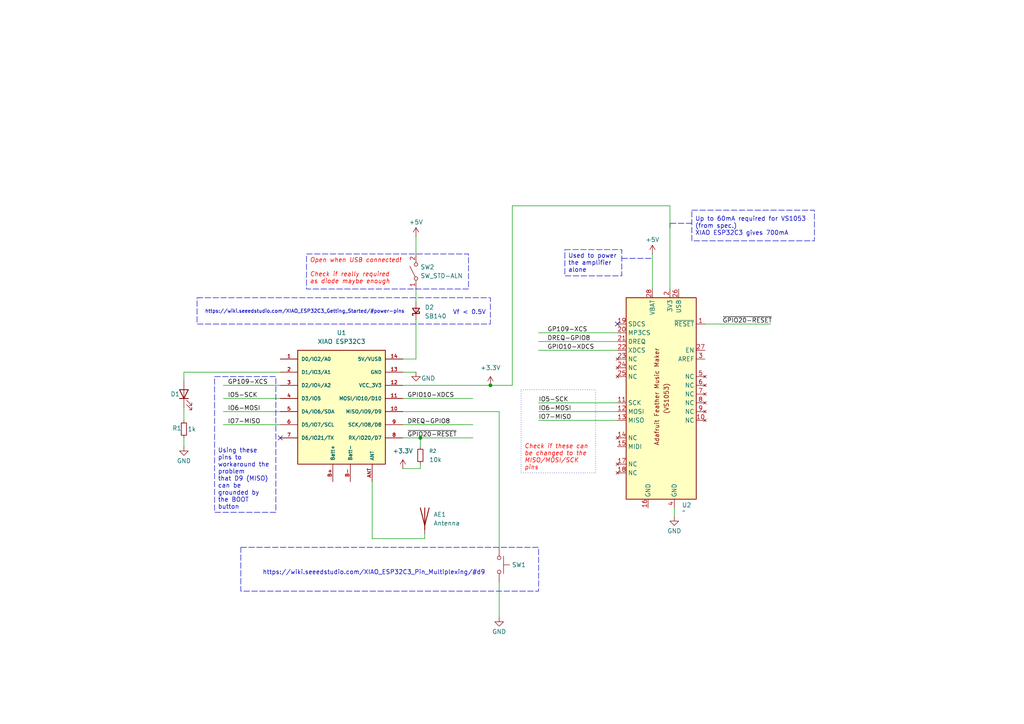
<source format=kicad_sch>
(kicad_sch (version 20250114) (generator "eeschema") (generator_version "9.0")
  (paper "A4")
  (title_block (title "Rusty Radio") (date "2025-05-04") (rev "0.3.0") (company "Doble Audio") (comment 1 "Using a XIAO ESP32C3  board") (comment 2 "See https://wiki.seeedstudio.com/XIAO_ESP32C3_Getting_Started/"))
  (lib_symbols
    (symbol "Adafruit-music-maker:Adafruit_Feather_Music_Maker_VS1053" (exclude_from_sim yes)
      (property "Reference" "U2" (at 6.0041 -29.6601 0))
      (property "Value" "~" (at 6.0041 -31.3415 0))
      (symbol "Adafruit_Feather_Music_Maker_VS1053_0_1"
        (rectangle (start -10.16 30.48) (end 10.16 -27.94) (stroke (width 0.254)) (fill (type background)))
      )
      (symbol "Adafruit_Feather_Music_Maker_VS1053_1_1"
        (text "Adafruit Feather Music Maker" (at -1.27 1.778 900) (effects (font (size 1.27 1.27))))
        (text "(VS1053)" (at 1.524 1.27 900) (effects (font (size 1.27 1.27))))
        (pin input line (at -12.7 22.86 0) (length 2.54) (name "SDCS") (number "19"))
        (pin input line (at -12.7 20.32 0) (length 2.54) (name "MP3CS") (number "20"))
        (pin output line (at -12.7 17.78 0) (length 2.54) (name "DREQ") (number "21"))
        (pin input line (at -12.7 15.24 0) (length 2.54) (name "XDCS") (number "22"))
        (pin no_connect line (at -12.7 12.7 0) (length 2.54) (name "NC") (number "23"))
        (pin no_connect line (at -12.7 10.16 0) (length 2.54) (name "NC") (number "24"))
        (pin no_connect line (at -12.7 7.62 0) (length 2.54) (name "NC") (number "25"))
        (pin bidirectional line (at -12.7 0 0) (length 2.54) (name "SCK") (number "11"))
        (pin bidirectional line (at -12.7 -2.54 0) (length 2.54) (name "MOSI") (number "12"))
        (pin bidirectional line (at -12.7 -5.08 0) (length 2.54) (name "MISO") (number "13"))
        (pin no_connect line (at -12.7 -10.16 0) (length 2.54) (name "NC") (number "14"))
        (pin bidirectional line (at -12.7 -12.7 0) (length 2.54) (name "MIDI") (number "15"))
        (pin no_connect line (at -12.7 -17.78 0) (length 2.54) (name "NC") (number "17"))
        (pin no_connect line (at -12.7 -20.32 0) (length 2.54) (name "NC") (number "18"))
        (pin power_in line (at -3.81 -30.48 90) (length 2.54) (name "GND") (number "16"))
        (pin power_in line (at -2.54 33.02 270) (length 2.54) (name "VBAT") (number "28"))
        (pin power_in line (at 2.54 33.02 270) (length 2.54) (name "3V3") (number "2"))
        (pin power_in line (at 3.81 -30.48 90) (length 2.54) (name "GND") (number "4"))
        (pin power_in line (at 5.08 33.02 270) (length 2.54) (name "USB") (number "26"))
        (pin input line (at 12.7 22.86 180) (length 2.54) (name "~{RESET}") (number "1"))
        (pin input line (at 12.7 15.24 180) (length 2.54) (name "EN") (number "27"))
        (pin input line (at 12.7 12.7 180) (length 2.54) (name "AREF") (number "3"))
        (pin no_connect line (at 12.7 7.62 180) (length 2.54) (name "NC") (number "5"))
        (pin no_connect line (at 12.7 5.08 180) (length 2.54) (name "NC") (number "6"))
        (pin no_connect line (at 12.7 2.54 180) (length 2.54) (name "NC") (number "7"))
        (pin no_connect line (at 12.7 0 180) (length 2.54) (name "NC") (number "8"))
        (pin no_connect line (at 12.7 -2.54 180) (length 2.54) (name "NC") (number "9"))
        (pin no_connect line (at 12.7 -5.08 180) (length 2.54) (name "NC") (number "10"))
      )
    )
    (symbol "Device:Antenna" (pin_numbers (hide yes)) (pin_names (offset 1.016) (hide yes))
      (property "Reference" "AE" (at -1.905 1.905 0))
      (property "Value" "Antenna" (at -1.905 0 0))
      (symbol "Antenna_0_1"
        (polyline (pts (xy 0 2.54) (xy 0 -3.81)) (stroke (width 0.254)))
        (polyline (pts (xy 1.27 2.54) (xy 0 -2.54) (xy -1.27 2.54)) (stroke (width 0.254)))
      )
      (symbol "Antenna_1_1"
        (pin input line (at 0 -5.08 90) (length 2.54) (name "A") (number "1"))
      )
    )
    (symbol "Device:D_Schottky_Small" (pin_numbers (hide yes)) (pin_names (offset 0.254) (hide yes))
      (property "Reference" "D" (at -1.27 2.032 0))
      (property "Value" "D_Schottky_Small" (at -7.112 -2.032 0))
      (symbol "D_Schottky_Small_0_1"
        (polyline (pts (xy -1.27 0.762) (xy -1.27 1.016) (xy -0.762 1.016) (xy -0.762 -1.016) (xy -0.254 -1.016) (xy -0.254 -0.762)) (stroke (width 0.254)))
        (polyline (pts (xy -0.762 0) (xy 0.762 0)))
        (polyline (pts (xy 0.762 -1.016) (xy -0.762 0) (xy 0.762 1.016) (xy 0.762 -1.016)) (stroke (width 0.254)))
      )
      (symbol "D_Schottky_Small_1_1"
        (pin passive line (at -2.54 0 0) (length 1.778) (name "K") (number "1"))
        (pin passive line (at 2.54 0 180) (length 1.778) (name "A") (number "2"))
      )
    )
    (symbol "Device:LED" (pin_numbers (hide yes)) (pin_names (offset 1.016) (hide yes))
      (property "Reference" "D" (at 0 2.54 0))
      (property "Value" "LED" (at 0 -2.54 0))
      (symbol "LED_0_1"
        (polyline (pts (xy -3.048 -0.762) (xy -4.572 -2.286) (xy -3.81 -2.286) (xy -4.572 -2.286) (xy -4.572 -1.524)))
        (polyline (pts (xy -1.778 -0.762) (xy -3.302 -2.286) (xy -2.54 -2.286) (xy -3.302 -2.286) (xy -3.302 -1.524)))
        (polyline (pts (xy -1.27 0) (xy 1.27 0)))
        (polyline (pts (xy -1.27 -1.27) (xy -1.27 1.27)) (stroke (width 0.254)))
        (polyline (pts (xy 1.27 -1.27) (xy 1.27 1.27) (xy -1.27 0) (xy 1.27 -1.27)) (stroke (width 0.254)))
      )
      (symbol "LED_1_1"
        (pin passive line (at -3.81 0 0) (length 2.54) (name "K") (number "1"))
        (pin passive line (at 3.81 0 180) (length 2.54) (name "A") (number "2"))
      )
    )
    (symbol "Device:R_Small" (pin_numbers (hide yes)) (pin_names (offset 0.254) (hide yes))
      (property "Reference" "R" (at 0.762 0.508 0))
      (property "Value" "R_Small" (at 0.762 -1.016 0))
      (symbol "R_Small_0_1"
        (rectangle (start -0.762 1.778) (end 0.762 -1.778) (stroke (width 0.2032)))
      )
      (symbol "R_Small_1_1"
        (pin passive line (at 0 2.54 270) (length 0.762) (name "~") (number "1"))
        (pin passive line (at 0 -2.54 90) (length 0.762) (name "~") (number "2"))
      )
    )
    (symbol "R_Small_1" (pin_numbers (hide yes)) (pin_names (offset 0.254) (hide yes))
      (property "Reference" "R" (at 0 0 90))
      (property "Value" "R_Small" (at 1.778 0 90))
      (symbol "R_Small_1_0_1"
        (rectangle (start -0.762 1.778) (end 0.762 -1.778) (stroke (width 0.2032)))
      )
      (symbol "R_Small_1_1_1"
        (pin passive line (at 0 2.54 270) (length 0.762) (name "~") (number "1"))
        (pin passive line (at 0 -2.54 90) (length 0.762) (name "~") (number "2"))
      )
    )
    (symbol "Switch:SW_Push" (pin_numbers (hide yes)) (pin_names (offset 1.016) (hide yes))
      (property "Reference" "SW" (at 1.27 2.54 0))
      (property "Value" "SW_Push" (at 0 -1.524 0))
      (symbol "SW_Push_0_1"
        (circle (center -2.032 0) (radius 0.508))
        (polyline (pts (xy 0 1.27) (xy 0 3.048)))
        (circle (center 2.032 0) (radius 0.508))
        (polyline (pts (xy 2.54 1.27) (xy -2.54 1.27)))
        (pin passive line (at -5.08 0 0) (length 2.54) (name "1") (number "1"))
        (pin passive line (at 5.08 0 180) (length 2.54) (name "2") (number "2"))
      )
    )
    (symbol "Switch:SW_SPST" (pin_names (offset 0) (hide yes))
      (property "Reference" "SW" (at 0 3.175 0))
      (property "Value" "SW_SPST" (at 0 -2.54 0))
      (symbol "SW_SPST_0_0"
        (circle (center -2.032 0) (radius 0.508))
        (polyline (pts (xy -1.524 0.254) (xy 1.524 1.778)))
        (circle (center 2.032 0) (radius 0.508))
      )
      (symbol "SW_SPST_1_1"
        (pin passive line (at -5.08 0 0) (length 2.54) (name "A") (number "1"))
        (pin passive line (at 5.08 0 180) (length 2.54) (name "B") (number "2"))
      )
    )
    (symbol "power:+3.3V" (power) (pin_numbers (hide yes)) (pin_names (offset 0) (hide yes))
      (property "Value" "+3.3V" (at 0 3.556 0))
      (symbol "+3.3V_0_1"
        (polyline (pts (xy -0.762 1.27) (xy 0 2.54)))
        (polyline (pts (xy 0 2.54) (xy 0.762 1.27)))
        (polyline (pts (xy 0 0) (xy 0 2.54)))
      )
      (symbol "+3.3V_1_1"
        (pin power_in line (at 0 0 90) (length 0) (name "~") (number "1"))
      )
    )
    (symbol "power:+5V" (power) (pin_numbers (hide yes)) (pin_names (offset 0) (hide yes))
      (property "Value" "+5V" (at 0 3.556 0))
      (symbol "+5V_0_1"
        (polyline (pts (xy -0.762 1.27) (xy 0 2.54)))
        (polyline (pts (xy 0 2.54) (xy 0.762 1.27)))
        (polyline (pts (xy 0 0) (xy 0 2.54)))
      )
      (symbol "+5V_1_1"
        (pin power_in line (at 0 0 90) (length 0) (name "~") (number "1"))
      )
    )
    (symbol "power:GND" (power) (pin_numbers (hide yes)) (pin_names (offset 0) (hide yes))
      (property "Value" "GND" (at 0 -3.81 0))
      (symbol "GND_0_1"
        (polyline (pts (xy 0 0) (xy 0 -1.27) (xy 1.27 -1.27) (xy 0 -2.54) (xy -1.27 -1.27) (xy 0 -1.27)))
      )
      (symbol "GND_1_1"
        (pin power_in line (at 0 0 270) (length 0) (name "~") (number "1"))
      )
    )
    (symbol "xiao_esp32c3:XIAO ESP32C3" (pin_names (offset 1.016))
      (property "Reference" "U4" (at 0 20.32 0))
      (property "Value" "XIAO ESP32C3" (at 0 17.78 0))
      (symbol "XIAO ESP32C3_0_0"
        (rectangle (start -12.7 15.24) (end 12.7 -17.78) (stroke (width 0.254)) (fill (type background)))
        (pin bidirectional line (at -17.78 12.7 0) (length 5.08) (name "D0/IO2/A0") (number "1"))
        (pin bidirectional line (at -17.78 8.89 0) (length 5.08) (name "D1/IO3/A1") (number "2"))
        (pin bidirectional line (at -17.78 5.08 0) (length 5.08) (name "D2/IO4/A2") (number "3"))
        (pin bidirectional line (at -17.78 1.27 0) (length 5.08) (name "D3/IO5") (number "4"))
        (pin bidirectional line (at -17.78 -2.54 0) (length 5.08) (name "D4/IO6/SDA") (number "5"))
        (pin bidirectional line (at -17.78 -6.35 0) (length 5.08) (name "D5/IO7/SCL") (number "6"))
        (pin power_in line (at 17.78 12.7 180) (length 5.08) (name "5V/VUSB") (number "14"))
        (pin power_in line (at 17.78 8.89 180) (length 5.08) (name "GND") (number "13"))
        (pin power_in line (at 17.78 5.08 180) (length 5.08) (name "VCC_3V3") (number "12"))
        (pin bidirectional line (at 17.78 1.27 180) (length 5.08) (name "MOSI/IO10/D10") (number "11"))
        (pin bidirectional line (at 17.78 -2.54 180) (length 5.08) (name "MISO/IO9/D9") (number "10"))
        (pin bidirectional line (at 17.78 -6.35 180) (length 5.08) (name "SCK/IO8/D8") (number "9"))
      )
      (symbol "XIAO ESP32C3_1_0"
        (pin bidirectional line (at -17.78 -10.16 0) (length 5.08) (name "D6/IO21/TX") (number "7"))
        (pin power_in line (at -2.54 -22.86 90) (length 5.08) (name "Batt+") (number "B+"))
        (pin power_in line (at 2.54 -22.86 90) (length 5.08) (name "Batt-") (number "B-"))
        (pin bidirectional line (at 17.78 -10.16 180) (length 5.08) (name "RX/IO20/D7") (number "8"))
      )
      (symbol "XIAO ESP32C3_1_1"
        (pin input line (at 8.89 -22.86 90) (length 5.08) (name "ANT") (number "ANT"))
      )
    )
  )
  (rectangle (start 69.85 158.75) (end 156.21 171.45) (stroke (width 0) (type dash)))
  (rectangle (start 57.15 86.36) (end 142.24 93.98) (stroke (width 0) (type dash)))
  (text "https://wiki.seeedstudio.com/XIAO_ESP32C3_Pin_Multiplexing/#d9" (at 108.458 166.116 0) (effects (font (size 1.27 1.27))))
  (text "https://wiki.seeedstudio.com/XIAO_ESP32C3_Getting_Started/#power-pins" (at 88.392 90.424 0) (effects (font (size 1.016 1.016))))
  (text "Vf < 0.5V" (at 136.144 90.678 0) (effects (font (size 1.27 1.27))))
  (text_box "Open when USB connected!\n\nCheck if really required\nas diode maybe enough" (at 88.9 73.66 0) (size 46.99 10.16) (margins 0.9525 0.9525 0.9525 0.9525) (stroke (width 0) (type dash)) (effects (font (size 1.27 1.27) (italic yes)) (justify left top)))
  (text_box "Up to 60mA required for VS1053 (from spec.) \nXIAO ESP32C3 gives 700mA" (at 200.66 60.96 0) (size 35.56 8.89) (margins 0.9525 0.9525 0.9525 0.9525) (stroke (width 0) (type dash)) (effects (font (size 1.27 1.27)) (justify left)))
  (text_box "Check if these can \nbe changed to the\nMISO/MOSI/SCK pins " (at 151.13 113.03 0) (size 21.59 24.13) (margins 0.9525 0.9525 0.9525 0.9525) (stroke (width 0) (type dot)) (effects (font (size 1.27 1.27) (italic yes)) (justify left bottom)))
  (text_box "Used to power \nthe amplifier\nalone\n" (at 163.83 72.39 0) (size 16.51 7.62) (margins 0.9525 0.9525 0.9525 0.9525) (stroke (width 0) (type dash)) (effects (font (size 1.27 1.27)) (justify left top)))
  (text_box "Using these pins to workaround the problem \nthat D9 (MISO) can be grounded by the BOOT button" (at 62.23 109.22 0) (size 17.78 39.37) (margins 0.9525 0.9525 0.9525 0.9525) (stroke (width 0) (type dash)) (effects (font (size 1.27 1.27)) (justify left bottom)))
  (junction (at 121.92 127))
  (junction (at 142.24 111.76))
  (no_connect (at 179.07 93.98))
  (no_connect (at 81.28 127))
  (wire (pts (xy 204.47 93.98) (xy 223.52 93.98)))
  (wire (pts (xy 116.84 115.57) (xy 137.16 115.57)))
  (wire (pts (xy 120.65 107.95) (xy 116.84 107.95)))
  (wire (pts (xy 121.92 127) (xy 137.16 127)))
  (wire (pts (xy 121.92 135.89) (xy 116.84 135.89)))
  (wire (pts (xy 107.95 139.7) (xy 107.95 156.21)))
  (wire (pts (xy 156.21 99.06) (xy 179.07 99.06)))
  (wire (pts (xy 156.21 96.52) (xy 179.07 96.52)))
  (wire (pts (xy 148.59 59.69) (xy 194.31 59.69)))
  (wire (pts (xy 189.23 73.66) (xy 189.23 83.82)))
  (wire (pts (xy 142.24 111.76) (xy 148.59 111.76)))
  (wire (pts (xy 116.84 111.76) (xy 142.24 111.76)))
  (polyline (pts (xy 180.34 74.93) (xy 189.23 74.93)) (stroke (width 0) (type dash)))
  (wire (pts (xy 156.21 119.38) (xy 179.07 119.38)))
  (wire (pts (xy 194.31 59.69) (xy 194.31 83.82)))
  (polyline (pts (xy 200.66 64.77) (xy 194.31 64.77)) (stroke (width 0) (type dash)))
  (wire (pts (xy 123.19 154.94) (xy 123.19 156.21)))
  (wire (pts (xy 64.77 115.57) (xy 81.28 115.57)))
  (wire (pts (xy 116.84 123.19) (xy 137.16 123.19)))
  (wire (pts (xy 144.78 119.38) (xy 116.84 119.38)))
  (wire (pts (xy 64.77 111.76) (xy 81.28 111.76)))
  (wire (pts (xy 81.28 107.95) (xy 53.34 107.95)))
  (wire (pts (xy 195.58 147.32) (xy 195.58 149.86)))
  (wire (pts (xy 148.59 111.76) (xy 148.59 59.69)))
  (wire (pts (xy 53.34 107.95) (xy 53.34 110.49)))
  (wire (pts (xy 53.34 129.54) (xy 53.34 127)))
  (wire (pts (xy 121.92 134.62) (xy 121.92 135.89)))
  (wire (pts (xy 107.95 156.21) (xy 123.19 156.21)))
  (wire (pts (xy 121.92 129.54) (xy 121.92 127)))
  (wire (pts (xy 156.21 101.6) (xy 179.07 101.6)))
  (wire (pts (xy 53.34 121.92) (xy 53.34 118.11)))
  (wire (pts (xy 120.65 68.58) (xy 120.65 73.66)))
  (wire (pts (xy 120.65 104.14) (xy 116.84 104.14)))
  (wire (pts (xy 144.78 119.38) (xy 144.78 158.75)))
  (wire (pts (xy 156.21 116.84) (xy 179.07 116.84)))
  (wire (pts (xy 64.77 119.38) (xy 81.28 119.38)))
  (wire (pts (xy 120.65 92.71) (xy 120.65 104.14)))
  (polyline (pts (xy 194.31 64.77) (xy 194.31 66.04)))
  (wire (pts (xy 156.21 121.92) (xy 179.07 121.92)))
  (wire (pts (xy 116.84 127) (xy 121.92 127)))
  (wire (pts (xy 120.65 83.82) (xy 120.65 87.63)))
  (wire (pts (xy 144.78 168.91) (xy 144.78 179.07)))
  (wire (pts (xy 64.77 123.19) (xy 81.28 123.19)))
  (label "GP109-XCS" (at 158.75 96.52 0))
  (label "GPIO10-XDCS" (at 118.11 115.57 0))
  (label "~{GPIO20-RESET}" (at 209.55 93.98 0))
  (label "IO7-MISO" (at 156.21 121.92 0))
  (label "IO5-SCK" (at 66.04 115.57 0))
  (label "IO5-SCK" (at 156.21 116.84 0))
  (label "GP109-XCS" (at 66.04 111.76 0))
  (label "IO7-MISO" (at 66.04 123.19 0))
  (label "IO6-MOSI" (at 66.04 119.38 0))
  (label "~{GPIO20-RESET}" (at 118.11 127 0))
  (label "GPIO10-XDCS" (at 158.75 101.6 0))
  (label "IO6-MOSI" (at 156.21 119.38 0))
  (label "DREQ-GPIO8" (at 158.75 99.06 0))
  (label "DREQ-GPIO8" (at 118.11 123.19 0))
  (symbol (lib_id "power:+3.3V") (at 116.84 135.89 0) (unit 1)
    (property "Reference" "#PWR08" (effects (hide yes)))
    (property "Value" "+3.3V" (at 116.84 130.81 0))
    (property "Description" "Power symbol creates a global label with name \"+3.3V\"" (effects (hide yes)))
  )
  (symbol (lib_id "power:+3.3V") (at 142.24 111.76 0) (unit 1)
    (property "Reference" "#PWR07" (effects (hide yes)))
    (property "Value" "+3.3V" (at 142.24 106.68 0))
    (property "Description" "Power symbol creates a global label with name \"+3.3V\"" (effects (hide yes)))
  )
  (symbol (lib_id "power:GND") (at 53.34 129.54 0) (unit 1)
    (property "Reference" "#PWR02" (effects (hide yes)))
    (property "Value" "GND" (at 53.34 133.6731 0))
    (property "Description" "Power symbol creates a global label with name \"GND\" , ground" (effects (hide yes)))
  )
  (symbol (lib_name "R_Small_1") (lib_id "Device:R_Small") (at 121.92 132.08 0) (unit 1)
    (property "Reference" "R2" (at 124.46 130.8099 0) (effects (font (size 1.016 1.016)) (justify left)))
    (property "Value" "10k" (at 124.46 133.3499 0) (effects (justify left)))
    (property "Description" "Resistor, small symbol" (effects (hide yes)))
  )
  (symbol (lib_id "Device:Antenna") (at 123.19 149.86 0) (unit 1)
    (property "Reference" "AE1" (at 125.73 149.2249 0) (effects (justify left)))
    (property "Value" "Antenna" (at 125.73 151.7649 0) (effects (justify left)))
    (property "Description" "Antenna" (effects (hide yes)))
  )
  (symbol (lib_id "power:GND") (at 195.58 149.86 0) (unit 1)
    (property "Reference" "#PWR06" (effects (hide yes)))
    (property "Value" "GND" (at 195.58 153.9931 0))
    (property "Description" "Power symbol creates a global label with name \"GND\" , ground" (effects (hide yes)))
  )
  (symbol (lib_id "Device:D_Schottky_Small") (at 120.65 90.17 90) (unit 1)
    (property "Reference" "D2" (at 123.19 89.1539 90) (effects (justify right)))
    (property "Value" "SB140" (at 123.19 91.6939 90) (effects (justify right)))
    (property "Datasheet" "kicad-embed://diotec-schottky-diode-sb140.pdf" (effects (hide yes)))
    (property "Description" "Schottky diode, small symbol" (effects (hide yes)))
  )
  (symbol (lib_id "power:+5V") (at 120.65 68.58 0) (unit 1)
    (property "Reference" "#PWR03" (effects (hide yes)))
    (property "Value" "+5V" (at 120.65 64.4469 0))
    (property "Description" "Power symbol creates a global label with name \"+5V\"" (effects (hide yes)))
  )
  (symbol (lib_id "Adafruit-music-maker:Adafruit_Feather_Music_Maker_VS1053") (at 191.77 116.84 0) (unit 1)
    (property "Reference" "U2" (at 197.7741 146.5001 0) (effects (justify left)))
    (property "Value" "~" (at 197.7741 148.1815 0) (effects (justify left)))
  )
  (symbol (lib_id "xiao_esp32c3:XIAO ESP32C3") (at 99.06 116.84 0) (unit 1)
    (property "Reference" "U1" (at 99.06 96.52 0))
    (property "Value" "XIAO ESP32C3" (at 99.06 99.06 0))
    (property "Footprint" "XIAO_ESP32C3:xiao_esp32c3" (effects (hide yes)))
    (property "Datasheet" "https://files.seeedstudio.com/wiki/Seeed-Studio-XIAO-ESP32/esp32-c3_datasheet.pdf" (effects (hide yes)))
    (property "Description" "ESP32C3 Transceiver Evaluation Board" (effects (hide yes)))
    (property "MANUFACTURER" "Seeed Technology" (effects (hide yes)))
    (property "Lnk" "https://wiki.seeedstudio.com/XIAO_ESP32C3_Getting_Started/" (effects (hide yes)))
  )
  (symbol (lib_id "Device:R_Small") (at 53.34 124.46 180) (unit 1)
    (property "Reference" "R1" (at 51.308 124.206 0))
    (property "Value" "1k" (at 55.626 124.46 0))
    (property "Description" "Resistor, small symbol" (effects (hide yes)))
  )
  (symbol (lib_id "power:GND") (at 120.65 107.95 0) (unit 1)
    (property "Reference" "#PWR04" (effects (hide yes)))
    (property "Value" "GND" (at 124.206 109.728 0))
    (property "Description" "Power symbol creates a global label with name \"GND\" , ground" (effects (hide yes)))
  )
  (symbol (lib_id "Device:LED") (at 53.34 114.3 90) (unit 1)
    (property "Reference" "D1" (at 50.8 114.3 90))
    (property "Value" "LED" (effects (hide yes)))
    (property "Description" "Light emitting diode" (effects (hide yes)))
  )
  (symbol (lib_id "power:+5V") (at 189.23 73.66 0) (unit 1)
    (property "Reference" "#PWR05" (effects (hide yes)))
    (property "Value" "+5V" (at 189.23 69.5269 0))
    (property "Description" "Power symbol creates a global label with name \"+5V\"" (effects (hide yes)))
  )
  (symbol (lib_id "power:GND") (at 144.78 179.07 0) (unit 1)
    (property "Reference" "#PWR01" (effects (hide yes)))
    (property "Value" "GND" (at 144.78 183.2031 0))
    (property "Description" "Power symbol creates a global label with name \"GND\" , ground" (effects (hide yes)))
  )
  (symbol (lib_id "Switch:SW_SPST") (at 120.65 78.74 90) (unit 1)
    (property "Reference" "SW2" (at 121.92 77.4699 90) (effects (justify right)))
    (property "Value" "SW_STD-ALN" (at 121.92 80.0099 90) (effects (justify right)))
    (property "Description" "Single Pole Single Throw (SPST) switch" (effects (hide yes)))
  )
  (symbol (lib_id "Switch:SW_Push") (at 144.78 163.83 270) (unit 1)
    (property "Reference" "SW1" (at 148.463 163.83 90) (effects (justify left)))
    (property "Value" "SW_Push" (effects (hide yes)))
    (property "Description" "Push button switch, generic, two pins" (effects (hide yes)))
  )
)
</source>
